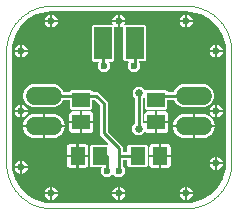
<source format=gbl>
G04 EAGLE Gerber X2 export*
%TF.Part,Single*%
%TF.FileFunction,Other,Bottom layer*%
%TF.FilePolarity,Positive*%
%TF.GenerationSoftware,Autodesk,EAGLE,9.0.0*%
%TF.CreationDate,2018-05-03T06:21:48Z*%
G75*
%MOMM*%
%FSLAX35Y35*%
%LPD*%
%AMOC8*
5,1,8,0,0,1.08239X$1,22.5*%
G01*
%ADD10C,0.100000*%
%ADD11R,1.300000X1.500000*%
%ADD12R,1.500000X1.300000*%
%ADD13C,0.609600*%
%ADD14C,1.524000*%
%ADD15R,1.500000X2.700000*%
%ADD16C,0.600000*%
%ADD17C,0.279400*%
%ADD18C,0.650000*%

G36*
X2095645Y617170D02*
X2095645Y617170D01*
X2095827Y617151D01*
X2138947Y619977D01*
X2139334Y620083D01*
X2139914Y620137D01*
X2223217Y642458D01*
X2223628Y642663D01*
X2224423Y642957D01*
X2299110Y686078D01*
X2299454Y686382D01*
X2300145Y686873D01*
X2361127Y747854D01*
X2361380Y748235D01*
X2361922Y748890D01*
X2405043Y823577D01*
X2405188Y824011D01*
X2405542Y824783D01*
X2427863Y908085D01*
X2427888Y908485D01*
X2428023Y909053D01*
X2430849Y952173D01*
X2430829Y952320D01*
X2430859Y952500D01*
X2430859Y1905000D01*
X2430830Y1905145D01*
X2430849Y1905327D01*
X2428023Y1948447D01*
X2427917Y1948834D01*
X2427863Y1949414D01*
X2405542Y2032717D01*
X2405337Y2033128D01*
X2405043Y2033923D01*
X2361922Y2108610D01*
X2361618Y2108954D01*
X2361127Y2109645D01*
X2300145Y2170627D01*
X2300120Y2170644D01*
X2300118Y2170647D01*
X2300094Y2170661D01*
X2299764Y2170880D01*
X2299110Y2171422D01*
X2224423Y2214543D01*
X2223989Y2214688D01*
X2223217Y2215042D01*
X2139914Y2237363D01*
X2139514Y2237388D01*
X2138947Y2237523D01*
X2095827Y2240349D01*
X2095680Y2240329D01*
X2095500Y2240359D01*
X952500Y2240359D01*
X952355Y2240330D01*
X952173Y2240349D01*
X909053Y2237523D01*
X908666Y2237417D01*
X908085Y2237363D01*
X824783Y2215042D01*
X824372Y2214837D01*
X823577Y2214543D01*
X748890Y2171422D01*
X748546Y2171118D01*
X747854Y2170627D01*
X686873Y2109645D01*
X686620Y2109264D01*
X686078Y2108610D01*
X642957Y2033923D01*
X642812Y2033489D01*
X642458Y2032717D01*
X620137Y1949415D01*
X620112Y1949015D01*
X619977Y1948448D01*
X617151Y1905327D01*
X617171Y1905180D01*
X617140Y1905000D01*
X617140Y952500D01*
X617170Y952355D01*
X617151Y952173D01*
X619977Y909053D01*
X620083Y908666D01*
X620137Y908085D01*
X642458Y824783D01*
X642663Y824372D01*
X642957Y823577D01*
X686078Y748890D01*
X686382Y748546D01*
X686873Y747854D01*
X747854Y686873D01*
X748235Y686620D01*
X748890Y686078D01*
X823577Y642957D01*
X823945Y642834D01*
X824275Y642623D01*
X824508Y642583D01*
X824783Y642458D01*
X908085Y620137D01*
X908485Y620112D01*
X909052Y619977D01*
X952173Y617151D01*
X952320Y617171D01*
X952500Y617140D01*
X2095500Y617140D01*
X2095645Y617170D01*
G37*
%LPC*%
G36*
X1403289Y838999D02*
X1403289Y838999D01*
X1374000Y868289D01*
X1374000Y909711D01*
X1376754Y912465D01*
X1376777Y912499D01*
X1376810Y912522D01*
X1377330Y913334D01*
X1377853Y914124D01*
X1377860Y914163D01*
X1377883Y914198D01*
X1378043Y915143D01*
X1378218Y916080D01*
X1378209Y916119D01*
X1378216Y916160D01*
X1377994Y917100D01*
X1377791Y918023D01*
X1377768Y918056D01*
X1377758Y918096D01*
X1377186Y918875D01*
X1376639Y919646D01*
X1376605Y919668D01*
X1376581Y919701D01*
X1375753Y920193D01*
X1374946Y920692D01*
X1374906Y920698D01*
X1374871Y920719D01*
X1373219Y920999D01*
X1291715Y920999D01*
X1279999Y932715D01*
X1279999Y1099285D01*
X1291715Y1111000D01*
X1432388Y1111000D01*
X1432428Y1111008D01*
X1432468Y1111001D01*
X1433400Y1111206D01*
X1434338Y1111396D01*
X1434372Y1111419D01*
X1434412Y1111428D01*
X1435189Y1111979D01*
X1435980Y1112522D01*
X1436002Y1112556D01*
X1436035Y1112579D01*
X1436532Y1113385D01*
X1437052Y1114198D01*
X1437059Y1114238D01*
X1437080Y1114273D01*
X1437225Y1115217D01*
X1437385Y1116160D01*
X1437376Y1116199D01*
X1437382Y1116239D01*
X1437147Y1117167D01*
X1436927Y1118096D01*
X1436903Y1118129D01*
X1436893Y1118168D01*
X1435923Y1119535D01*
X1384393Y1171065D01*
X1363029Y1192428D01*
X1363029Y1444358D01*
X1363005Y1444477D01*
X1363024Y1444598D01*
X1362808Y1445449D01*
X1362633Y1446308D01*
X1362565Y1446408D01*
X1362535Y1446526D01*
X1361565Y1447893D01*
X1320893Y1488565D01*
X1320792Y1488632D01*
X1320719Y1488731D01*
X1319963Y1489181D01*
X1319234Y1489664D01*
X1319114Y1489686D01*
X1319010Y1489749D01*
X1317358Y1490029D01*
X1306500Y1490029D01*
X1306420Y1490013D01*
X1306340Y1490027D01*
X1305446Y1489815D01*
X1304550Y1489633D01*
X1304483Y1489588D01*
X1304403Y1489569D01*
X1303663Y1489026D01*
X1302908Y1488508D01*
X1302865Y1488440D01*
X1302799Y1488392D01*
X1302329Y1487603D01*
X1301836Y1486832D01*
X1301823Y1486752D01*
X1301781Y1486682D01*
X1301500Y1485030D01*
X1301500Y1418715D01*
X1289785Y1406999D01*
X1123215Y1406999D01*
X1111499Y1418715D01*
X1111499Y1485030D01*
X1111483Y1485110D01*
X1111497Y1485190D01*
X1111285Y1486083D01*
X1111103Y1486980D01*
X1111058Y1487047D01*
X1111039Y1487126D01*
X1110496Y1487866D01*
X1109978Y1488621D01*
X1109910Y1488665D01*
X1109862Y1488731D01*
X1109073Y1489200D01*
X1108302Y1489693D01*
X1108222Y1489707D01*
X1108152Y1489749D01*
X1106500Y1490029D01*
X1058596Y1490029D01*
X1058496Y1490009D01*
X1058396Y1490025D01*
X1057526Y1489812D01*
X1056646Y1489633D01*
X1056562Y1489576D01*
X1056463Y1489552D01*
X1055744Y1489015D01*
X1055005Y1488508D01*
X1054950Y1488423D01*
X1054869Y1488362D01*
X1053977Y1486943D01*
X1046755Y1469507D01*
X1019693Y1442445D01*
X984336Y1427799D01*
X793664Y1427799D01*
X758307Y1442445D01*
X731245Y1469507D01*
X716599Y1504864D01*
X716599Y1543136D01*
X731245Y1578493D01*
X758307Y1605555D01*
X793664Y1620200D01*
X984336Y1620200D01*
X1019693Y1605555D01*
X1046755Y1578493D01*
X1053977Y1561057D01*
X1054034Y1560973D01*
X1054057Y1560873D01*
X1054591Y1560146D01*
X1055089Y1559407D01*
X1055174Y1559352D01*
X1055234Y1559269D01*
X1056010Y1558807D01*
X1056757Y1558321D01*
X1056856Y1558303D01*
X1056944Y1558251D01*
X1058596Y1557970D01*
X1106500Y1557970D01*
X1106580Y1557987D01*
X1106660Y1557973D01*
X1107553Y1558184D01*
X1108450Y1558366D01*
X1108517Y1558412D01*
X1108596Y1558431D01*
X1109336Y1558974D01*
X1110091Y1559492D01*
X1110135Y1559560D01*
X1110201Y1559608D01*
X1110670Y1560397D01*
X1111163Y1561168D01*
X1111177Y1561248D01*
X1111219Y1561318D01*
X1111499Y1562970D01*
X1111499Y1565285D01*
X1123215Y1577000D01*
X1289785Y1577000D01*
X1301500Y1565285D01*
X1301500Y1562970D01*
X1301517Y1562890D01*
X1301503Y1562810D01*
X1301714Y1561916D01*
X1301896Y1561020D01*
X1301942Y1560953D01*
X1301961Y1560873D01*
X1302504Y1560133D01*
X1303022Y1559378D01*
X1303090Y1559335D01*
X1303138Y1559269D01*
X1303927Y1558799D01*
X1304698Y1558306D01*
X1304778Y1558293D01*
X1304848Y1558251D01*
X1306500Y1557970D01*
X1347571Y1557970D01*
X1430970Y1474571D01*
X1430970Y1222642D01*
X1430994Y1222523D01*
X1430976Y1222402D01*
X1431192Y1221550D01*
X1431366Y1220692D01*
X1431435Y1220592D01*
X1431465Y1220473D01*
X1432435Y1219107D01*
X1557970Y1093571D01*
X1557970Y1054970D01*
X1557987Y1054890D01*
X1557973Y1054810D01*
X1558184Y1053916D01*
X1558366Y1053020D01*
X1558412Y1052953D01*
X1558431Y1052873D01*
X1558974Y1052133D01*
X1559492Y1051378D01*
X1559560Y1051335D01*
X1559608Y1051269D01*
X1560397Y1050799D01*
X1561168Y1050306D01*
X1561248Y1050293D01*
X1561318Y1050251D01*
X1562970Y1049970D01*
X1593000Y1049970D01*
X1593080Y1049987D01*
X1593160Y1049973D01*
X1594053Y1050184D01*
X1594950Y1050366D01*
X1595017Y1050412D01*
X1595096Y1050431D01*
X1595836Y1050974D01*
X1596591Y1051492D01*
X1596635Y1051560D01*
X1596701Y1051608D01*
X1597170Y1052397D01*
X1597663Y1053168D01*
X1597677Y1053248D01*
X1597719Y1053318D01*
X1597999Y1054970D01*
X1597999Y1099285D01*
X1609715Y1111000D01*
X1756285Y1111000D01*
X1768000Y1099285D01*
X1768000Y932715D01*
X1756285Y920999D01*
X1609715Y920999D01*
X1597999Y932715D01*
X1597999Y977030D01*
X1597983Y977110D01*
X1597997Y977190D01*
X1597785Y978083D01*
X1597603Y978980D01*
X1597558Y979047D01*
X1597539Y979126D01*
X1596996Y979866D01*
X1596478Y980621D01*
X1596410Y980665D01*
X1596362Y980731D01*
X1595573Y981200D01*
X1594802Y981693D01*
X1594722Y981707D01*
X1594652Y981749D01*
X1593000Y982029D01*
X1562970Y982029D01*
X1562890Y982013D01*
X1562810Y982027D01*
X1561916Y981815D01*
X1561020Y981633D01*
X1560953Y981588D01*
X1560873Y981569D01*
X1560133Y981026D01*
X1559378Y980508D01*
X1559335Y980440D01*
X1559269Y980392D01*
X1558799Y979603D01*
X1558306Y978832D01*
X1558293Y978752D01*
X1558251Y978682D01*
X1557970Y977030D01*
X1557970Y927812D01*
X1557994Y927693D01*
X1557976Y927572D01*
X1558192Y926720D01*
X1558366Y925862D01*
X1558435Y925761D01*
X1558465Y925643D01*
X1559435Y924277D01*
X1574000Y909711D01*
X1574000Y868289D01*
X1544711Y838999D01*
X1503289Y838999D01*
X1477535Y864753D01*
X1477468Y864798D01*
X1477420Y864865D01*
X1476642Y865345D01*
X1475876Y865853D01*
X1475796Y865868D01*
X1475727Y865910D01*
X1474822Y866049D01*
X1473920Y866217D01*
X1473841Y866200D01*
X1473760Y866212D01*
X1472868Y865986D01*
X1471977Y865790D01*
X1471911Y865743D01*
X1471832Y865723D01*
X1470465Y864753D01*
X1444711Y838999D01*
X1403289Y838999D01*
G37*
%LPD*%
%LPC*%
G36*
X1669753Y1194500D02*
X1669753Y1194500D01*
X1639000Y1225253D01*
X1639000Y1268747D01*
X1656065Y1285813D01*
X1656132Y1285913D01*
X1656231Y1285986D01*
X1656681Y1286742D01*
X1657164Y1287471D01*
X1657187Y1287591D01*
X1657249Y1287696D01*
X1657530Y1289348D01*
X1657530Y1507652D01*
X1657506Y1507771D01*
X1657524Y1507892D01*
X1657308Y1508743D01*
X1657134Y1509602D01*
X1657065Y1509702D01*
X1657035Y1509820D01*
X1656065Y1511187D01*
X1641999Y1525253D01*
X1641999Y1568746D01*
X1672753Y1599500D01*
X1716247Y1599500D01*
X1744946Y1570801D01*
X1745013Y1570756D01*
X1745060Y1570689D01*
X1745838Y1570209D01*
X1746604Y1569702D01*
X1746685Y1569687D01*
X1746754Y1569644D01*
X1747658Y1569505D01*
X1748561Y1569337D01*
X1748640Y1569354D01*
X1748721Y1569342D01*
X1749610Y1569568D01*
X1750504Y1569764D01*
X1750571Y1569811D01*
X1750649Y1569831D01*
X1752016Y1570801D01*
X1758215Y1577000D01*
X1924785Y1577000D01*
X1936500Y1565285D01*
X1936500Y1562970D01*
X1936517Y1562890D01*
X1936503Y1562810D01*
X1936714Y1561916D01*
X1936896Y1561020D01*
X1936942Y1560953D01*
X1936961Y1560873D01*
X1937504Y1560133D01*
X1938022Y1559378D01*
X1938090Y1559335D01*
X1938138Y1559269D01*
X1938927Y1558799D01*
X1939698Y1558306D01*
X1939778Y1558293D01*
X1939848Y1558251D01*
X1941500Y1557970D01*
X1989404Y1557970D01*
X1989503Y1557991D01*
X1989603Y1557974D01*
X1990474Y1558188D01*
X1991354Y1558366D01*
X1991438Y1558424D01*
X1991536Y1558448D01*
X1992255Y1558984D01*
X1992995Y1559492D01*
X1993050Y1559577D01*
X1993131Y1559638D01*
X1994023Y1561057D01*
X2001245Y1578493D01*
X2028307Y1605555D01*
X2063664Y1620200D01*
X2254336Y1620200D01*
X2289693Y1605555D01*
X2316755Y1578493D01*
X2331400Y1543136D01*
X2331400Y1504864D01*
X2316755Y1469507D01*
X2289693Y1442445D01*
X2254336Y1427799D01*
X2063664Y1427799D01*
X2028307Y1442445D01*
X2001245Y1469507D01*
X1994023Y1486943D01*
X1993966Y1487027D01*
X1993943Y1487126D01*
X1993408Y1487854D01*
X1992910Y1488593D01*
X1992826Y1488648D01*
X1992765Y1488731D01*
X1991989Y1489193D01*
X1991243Y1489679D01*
X1991143Y1489697D01*
X1991056Y1489749D01*
X1989404Y1490029D01*
X1941500Y1490029D01*
X1941420Y1490013D01*
X1941340Y1490027D01*
X1940446Y1489815D01*
X1939550Y1489633D01*
X1939483Y1489588D01*
X1939403Y1489569D01*
X1938663Y1489026D01*
X1937908Y1488508D01*
X1937865Y1488440D01*
X1937799Y1488392D01*
X1937329Y1487603D01*
X1936836Y1486832D01*
X1936823Y1486752D01*
X1936781Y1486682D01*
X1936500Y1485030D01*
X1936500Y1418715D01*
X1924785Y1406999D01*
X1758215Y1406999D01*
X1746499Y1418715D01*
X1746499Y1512683D01*
X1746491Y1512723D01*
X1746499Y1512763D01*
X1746294Y1513694D01*
X1746103Y1514633D01*
X1746080Y1514667D01*
X1746072Y1514706D01*
X1745520Y1515483D01*
X1744978Y1516274D01*
X1744944Y1516296D01*
X1744920Y1516329D01*
X1744114Y1516827D01*
X1743302Y1517346D01*
X1743261Y1517353D01*
X1743227Y1517374D01*
X1742283Y1517519D01*
X1741340Y1517680D01*
X1741301Y1517670D01*
X1741260Y1517677D01*
X1740331Y1517441D01*
X1739404Y1517222D01*
X1739371Y1517198D01*
X1739331Y1517188D01*
X1737965Y1516218D01*
X1726935Y1505188D01*
X1726868Y1505087D01*
X1726769Y1505014D01*
X1726319Y1504258D01*
X1725836Y1503529D01*
X1725814Y1503409D01*
X1725751Y1503304D01*
X1725471Y1501653D01*
X1725471Y1289348D01*
X1725495Y1289228D01*
X1725476Y1289108D01*
X1725692Y1288256D01*
X1725867Y1287398D01*
X1725935Y1287297D01*
X1725965Y1287179D01*
X1726935Y1285813D01*
X1732565Y1280182D01*
X1732599Y1280160D01*
X1732622Y1280126D01*
X1733427Y1279611D01*
X1734224Y1279083D01*
X1734264Y1279076D01*
X1734298Y1279054D01*
X1735238Y1278894D01*
X1736180Y1278718D01*
X1736219Y1278727D01*
X1736260Y1278720D01*
X1737198Y1278942D01*
X1738123Y1279146D01*
X1738156Y1279169D01*
X1738196Y1279178D01*
X1738971Y1279747D01*
X1739746Y1280297D01*
X1739768Y1280331D01*
X1739801Y1280356D01*
X1740293Y1281183D01*
X1740792Y1281990D01*
X1740798Y1282030D01*
X1740819Y1282065D01*
X1741099Y1283717D01*
X1741099Y1292001D01*
X1831501Y1292001D01*
X1831501Y1211599D01*
X1763156Y1211599D01*
X1756696Y1213330D01*
X1750903Y1216674D01*
X1746698Y1220880D01*
X1746630Y1220925D01*
X1746583Y1220992D01*
X1745805Y1221472D01*
X1745039Y1221979D01*
X1744959Y1221994D01*
X1744890Y1222037D01*
X1743984Y1222176D01*
X1743083Y1222344D01*
X1743004Y1222327D01*
X1742923Y1222339D01*
X1742029Y1222113D01*
X1741139Y1221917D01*
X1741073Y1221870D01*
X1740994Y1221850D01*
X1739628Y1220880D01*
X1713247Y1194500D01*
X1669753Y1194500D01*
G37*
%LPD*%
%LPC*%
G36*
X1630289Y1727999D02*
X1630289Y1727999D01*
X1600999Y1757289D01*
X1600999Y1798711D01*
X1608254Y1805965D01*
X1608276Y1805998D01*
X1608310Y1806022D01*
X1608828Y1806831D01*
X1609353Y1807624D01*
X1609360Y1807664D01*
X1609382Y1807698D01*
X1609542Y1808640D01*
X1609718Y1809580D01*
X1609709Y1809620D01*
X1609716Y1809660D01*
X1609494Y1810595D01*
X1609290Y1811523D01*
X1609267Y1811556D01*
X1609258Y1811596D01*
X1608689Y1812371D01*
X1608139Y1813146D01*
X1608105Y1813168D01*
X1608080Y1813201D01*
X1607253Y1813693D01*
X1606446Y1814192D01*
X1606406Y1814198D01*
X1606371Y1814219D01*
X1604719Y1814499D01*
X1575715Y1814499D01*
X1563999Y1826215D01*
X1563999Y2109744D01*
X1563890Y2110284D01*
X1563878Y2110837D01*
X1563694Y2111250D01*
X1563603Y2111694D01*
X1563291Y2112150D01*
X1563066Y2112653D01*
X1562735Y2112961D01*
X1562478Y2113335D01*
X1562013Y2113633D01*
X1561609Y2114009D01*
X1561183Y2114163D01*
X1560802Y2114408D01*
X1560257Y2114500D01*
X1559739Y2114688D01*
X1559287Y2114665D01*
X1558840Y2114741D01*
X1558302Y2114614D01*
X1557752Y2114585D01*
X1557270Y2114369D01*
X1556904Y2114283D01*
X1556634Y2114085D01*
X1556223Y2113901D01*
X1550241Y2109904D01*
X1540161Y2105729D01*
X1531499Y2104006D01*
X1531499Y2151500D01*
X1578994Y2151500D01*
X1577271Y2142839D01*
X1573096Y2132759D01*
X1572774Y2132278D01*
X1572565Y2131767D01*
X1572267Y2131302D01*
X1572191Y2130855D01*
X1572020Y2130437D01*
X1572027Y2129885D01*
X1571934Y2129340D01*
X1572038Y2128900D01*
X1572043Y2128447D01*
X1572265Y2127941D01*
X1572392Y2127403D01*
X1572660Y2127038D01*
X1572841Y2126624D01*
X1573242Y2126245D01*
X1573569Y2125799D01*
X1573959Y2125567D01*
X1574287Y2125257D01*
X1574803Y2125064D01*
X1575279Y2124781D01*
X1575800Y2124692D01*
X1576151Y2124562D01*
X1576484Y2124576D01*
X1576931Y2124500D01*
X1742285Y2124500D01*
X1754000Y2112785D01*
X1754000Y1826215D01*
X1742285Y1814499D01*
X1697970Y1814499D01*
X1697890Y1814483D01*
X1697810Y1814497D01*
X1696916Y1814285D01*
X1696020Y1814103D01*
X1695953Y1814058D01*
X1695873Y1814039D01*
X1695133Y1813496D01*
X1694378Y1812978D01*
X1694335Y1812910D01*
X1694269Y1812862D01*
X1693799Y1812073D01*
X1693306Y1811302D01*
X1693293Y1811222D01*
X1693251Y1811152D01*
X1692970Y1809500D01*
X1692970Y1808812D01*
X1692994Y1808693D01*
X1692976Y1808572D01*
X1693192Y1807720D01*
X1693366Y1806862D01*
X1693435Y1806761D01*
X1693465Y1806643D01*
X1694435Y1805277D01*
X1701000Y1798711D01*
X1701000Y1757289D01*
X1671711Y1727999D01*
X1630289Y1727999D01*
G37*
%LPD*%
%LPC*%
G36*
X1376289Y1727999D02*
X1376289Y1727999D01*
X1346999Y1757289D01*
X1346999Y1798711D01*
X1352254Y1803965D01*
X1352276Y1803999D01*
X1352310Y1804022D01*
X1352825Y1804827D01*
X1353353Y1805624D01*
X1353360Y1805664D01*
X1353382Y1805698D01*
X1353542Y1806638D01*
X1353718Y1807580D01*
X1353709Y1807619D01*
X1353716Y1807660D01*
X1353494Y1808598D01*
X1353290Y1809523D01*
X1353267Y1809556D01*
X1353258Y1809596D01*
X1352689Y1810371D01*
X1352139Y1811146D01*
X1352105Y1811168D01*
X1352080Y1811201D01*
X1351253Y1811693D01*
X1350446Y1812192D01*
X1350406Y1812198D01*
X1350371Y1812219D01*
X1348719Y1812499D01*
X1305715Y1812499D01*
X1293999Y1824215D01*
X1293999Y2110785D01*
X1305715Y2122500D01*
X1472405Y2122500D01*
X1472946Y2122610D01*
X1473498Y2122621D01*
X1473911Y2122806D01*
X1474355Y2122896D01*
X1474812Y2123209D01*
X1475314Y2123434D01*
X1475623Y2123765D01*
X1475997Y2124022D01*
X1476294Y2124487D01*
X1476670Y2124891D01*
X1476825Y2125316D01*
X1477069Y2125698D01*
X1477161Y2126243D01*
X1477350Y2126761D01*
X1477326Y2127213D01*
X1477402Y2127660D01*
X1477275Y2128198D01*
X1477246Y2128748D01*
X1477031Y2129230D01*
X1476944Y2129596D01*
X1476746Y2129866D01*
X1476562Y2130278D01*
X1474904Y2132758D01*
X1470729Y2142839D01*
X1469006Y2151500D01*
X1516500Y2151500D01*
X1516500Y2104006D01*
X1507839Y2105729D01*
X1497758Y2109904D01*
X1491777Y2113901D01*
X1491267Y2114110D01*
X1490802Y2114408D01*
X1490355Y2114483D01*
X1489936Y2114655D01*
X1489384Y2114648D01*
X1488840Y2114741D01*
X1488399Y2114637D01*
X1487946Y2114631D01*
X1487441Y2114410D01*
X1486903Y2114283D01*
X1486538Y2114015D01*
X1486123Y2113833D01*
X1485745Y2113433D01*
X1485299Y2113106D01*
X1485067Y2112716D01*
X1484756Y2112388D01*
X1484563Y2111871D01*
X1484281Y2111396D01*
X1484193Y2110875D01*
X1484061Y2110523D01*
X1484076Y2110189D01*
X1484000Y2109744D01*
X1484000Y1824215D01*
X1472285Y1812499D01*
X1445281Y1812499D01*
X1445241Y1812491D01*
X1445201Y1812499D01*
X1444269Y1812294D01*
X1443331Y1812103D01*
X1443297Y1812080D01*
X1443258Y1812072D01*
X1442482Y1811522D01*
X1441690Y1810978D01*
X1441668Y1810943D01*
X1441634Y1810920D01*
X1441135Y1810112D01*
X1440618Y1809302D01*
X1440611Y1809261D01*
X1440589Y1809227D01*
X1440445Y1808285D01*
X1440284Y1807340D01*
X1440293Y1807301D01*
X1440287Y1807260D01*
X1440521Y1806337D01*
X1440742Y1805404D01*
X1440767Y1805370D01*
X1440777Y1805331D01*
X1441746Y1803965D01*
X1447000Y1798711D01*
X1447000Y1757289D01*
X1417711Y1727999D01*
X1376289Y1727999D01*
G37*
%LPD*%
%LPC*%
G36*
X2168999Y1279999D02*
X2168999Y1279999D01*
X2168999Y1371600D01*
X2243196Y1371600D01*
X2258991Y1369099D01*
X2274202Y1364156D01*
X2288450Y1356897D01*
X2301389Y1347496D01*
X2312696Y1336189D01*
X2322097Y1323250D01*
X2329356Y1309002D01*
X2334299Y1293791D01*
X2336483Y1279999D01*
X2168999Y1279999D01*
G37*
%LPD*%
%LPC*%
G36*
X898999Y1279999D02*
X898999Y1279999D01*
X898999Y1371600D01*
X973196Y1371600D01*
X988991Y1369099D01*
X1004202Y1364156D01*
X1018450Y1356897D01*
X1031389Y1347496D01*
X1042696Y1336189D01*
X1052097Y1323250D01*
X1059356Y1309002D01*
X1064299Y1293791D01*
X1066483Y1279999D01*
X898999Y1279999D01*
G37*
%LPD*%
%LPC*%
G36*
X1981517Y1279999D02*
X1981517Y1279999D01*
X1983701Y1293791D01*
X1988643Y1309002D01*
X1995903Y1323250D01*
X2005304Y1336189D01*
X2016611Y1347496D01*
X2029550Y1356897D01*
X2043798Y1364156D01*
X2059008Y1369099D01*
X2074803Y1371600D01*
X2149001Y1371600D01*
X2149001Y1279999D01*
X1981517Y1279999D01*
G37*
%LPD*%
%LPC*%
G36*
X711517Y1279999D02*
X711517Y1279999D01*
X713701Y1293791D01*
X718643Y1309002D01*
X725903Y1323250D01*
X735304Y1336189D01*
X746611Y1347496D01*
X759550Y1356897D01*
X773798Y1364156D01*
X789008Y1369099D01*
X804803Y1371600D01*
X879001Y1371600D01*
X879001Y1279999D01*
X711517Y1279999D01*
G37*
%LPD*%
%LPC*%
G36*
X2168999Y1168399D02*
X2168999Y1168399D01*
X2168999Y1260001D01*
X2336483Y1260001D01*
X2334299Y1246208D01*
X2329356Y1230998D01*
X2322097Y1216750D01*
X2312696Y1203811D01*
X2301389Y1192504D01*
X2288450Y1183103D01*
X2274202Y1175843D01*
X2258991Y1170901D01*
X2243196Y1168399D01*
X2168999Y1168399D01*
G37*
%LPD*%
%LPC*%
G36*
X898999Y1168399D02*
X898999Y1168399D01*
X898999Y1260001D01*
X1066483Y1260001D01*
X1064299Y1246208D01*
X1059356Y1230998D01*
X1052097Y1216750D01*
X1042696Y1203811D01*
X1031389Y1192504D01*
X1018450Y1183103D01*
X1004202Y1175843D01*
X988991Y1170901D01*
X973196Y1168399D01*
X898999Y1168399D01*
G37*
%LPD*%
%LPC*%
G36*
X2074803Y1168399D02*
X2074803Y1168399D01*
X2059008Y1170901D01*
X2043798Y1175843D01*
X2029550Y1183103D01*
X2016611Y1192504D01*
X2005304Y1203811D01*
X1995903Y1216750D01*
X1988643Y1230998D01*
X1983701Y1246208D01*
X1981517Y1260001D01*
X2149001Y1260001D01*
X2149001Y1168399D01*
X2074803Y1168399D01*
G37*
%LPD*%
%LPC*%
G36*
X804803Y1168399D02*
X804803Y1168399D01*
X789008Y1170901D01*
X773798Y1175843D01*
X759550Y1183103D01*
X746611Y1192504D01*
X735304Y1203811D01*
X725903Y1216750D01*
X718643Y1230998D01*
X713701Y1246208D01*
X711517Y1260001D01*
X879001Y1260001D01*
X879001Y1168399D01*
X804803Y1168399D01*
G37*
%LPD*%
%LPC*%
G36*
X1184998Y1025998D02*
X1184998Y1025998D01*
X1184998Y1116400D01*
X1243344Y1116400D01*
X1249804Y1114670D01*
X1255597Y1111325D01*
X1260325Y1106597D01*
X1263670Y1100804D01*
X1265400Y1094344D01*
X1265400Y1025998D01*
X1184998Y1025998D01*
G37*
%LPD*%
%LPC*%
G36*
X1882998Y1025998D02*
X1882998Y1025998D01*
X1882998Y1116400D01*
X1941344Y1116400D01*
X1947804Y1114670D01*
X1953597Y1111325D01*
X1958325Y1106597D01*
X1961670Y1100804D01*
X1963400Y1094344D01*
X1963400Y1025998D01*
X1882998Y1025998D01*
G37*
%LPD*%
%LPC*%
G36*
X1216498Y1311998D02*
X1216498Y1311998D01*
X1216498Y1392400D01*
X1284844Y1392400D01*
X1291304Y1390670D01*
X1297097Y1387325D01*
X1301825Y1382597D01*
X1305170Y1376804D01*
X1306900Y1370344D01*
X1306900Y1311998D01*
X1216498Y1311998D01*
G37*
%LPD*%
%LPC*%
G36*
X1851498Y1311998D02*
X1851498Y1311998D01*
X1851498Y1392400D01*
X1919844Y1392400D01*
X1926304Y1390670D01*
X1932097Y1387325D01*
X1936825Y1382597D01*
X1940170Y1376804D01*
X1941900Y1370344D01*
X1941900Y1311998D01*
X1851498Y1311998D01*
G37*
%LPD*%
%LPC*%
G36*
X1106099Y1311998D02*
X1106099Y1311998D01*
X1106099Y1370344D01*
X1107830Y1376804D01*
X1111175Y1382597D01*
X1115903Y1387325D01*
X1121696Y1390670D01*
X1128156Y1392400D01*
X1196501Y1392400D01*
X1196501Y1311998D01*
X1106099Y1311998D01*
G37*
%LPD*%
%LPC*%
G36*
X1741099Y1311998D02*
X1741099Y1311998D01*
X1741099Y1370344D01*
X1742830Y1376804D01*
X1746175Y1382597D01*
X1750903Y1387325D01*
X1756696Y1390670D01*
X1763156Y1392400D01*
X1831501Y1392400D01*
X1831501Y1311998D01*
X1741099Y1311998D01*
G37*
%LPD*%
%LPC*%
G36*
X1216498Y1211599D02*
X1216498Y1211599D01*
X1216498Y1292001D01*
X1306900Y1292001D01*
X1306900Y1233656D01*
X1305170Y1227196D01*
X1301825Y1221403D01*
X1297097Y1216675D01*
X1291304Y1213330D01*
X1284844Y1211599D01*
X1216498Y1211599D01*
G37*
%LPD*%
%LPC*%
G36*
X1782599Y1025998D02*
X1782599Y1025998D01*
X1782599Y1094344D01*
X1784330Y1100804D01*
X1787675Y1106597D01*
X1792403Y1111325D01*
X1798196Y1114670D01*
X1804656Y1116400D01*
X1863001Y1116400D01*
X1863001Y1025998D01*
X1782599Y1025998D01*
G37*
%LPD*%
%LPC*%
G36*
X1084599Y1025998D02*
X1084599Y1025998D01*
X1084599Y1094344D01*
X1086330Y1100804D01*
X1089675Y1106597D01*
X1094403Y1111325D01*
X1100196Y1114670D01*
X1106656Y1116400D01*
X1165001Y1116400D01*
X1165001Y1025998D01*
X1084599Y1025998D01*
G37*
%LPD*%
%LPC*%
G36*
X1851498Y1211599D02*
X1851498Y1211599D01*
X1851498Y1292001D01*
X1941900Y1292001D01*
X1941900Y1233656D01*
X1940170Y1227196D01*
X1936825Y1221403D01*
X1932097Y1216675D01*
X1926304Y1213330D01*
X1919844Y1211599D01*
X1851498Y1211599D01*
G37*
%LPD*%
%LPC*%
G36*
X1184998Y915599D02*
X1184998Y915599D01*
X1184998Y1006001D01*
X1265400Y1006001D01*
X1265400Y937656D01*
X1263670Y931196D01*
X1260325Y925403D01*
X1255597Y920675D01*
X1249804Y917330D01*
X1243344Y915599D01*
X1184998Y915599D01*
G37*
%LPD*%
%LPC*%
G36*
X1882998Y915599D02*
X1882998Y915599D01*
X1882998Y1006001D01*
X1963400Y1006001D01*
X1963400Y937656D01*
X1961670Y931196D01*
X1958325Y925403D01*
X1953597Y920675D01*
X1947804Y917330D01*
X1941344Y915599D01*
X1882998Y915599D01*
G37*
%LPD*%
%LPC*%
G36*
X1128156Y1211599D02*
X1128156Y1211599D01*
X1121696Y1213330D01*
X1115903Y1216675D01*
X1111175Y1221403D01*
X1107830Y1227196D01*
X1106099Y1233656D01*
X1106099Y1292001D01*
X1196501Y1292001D01*
X1196501Y1211599D01*
X1128156Y1211599D01*
G37*
%LPD*%
%LPC*%
G36*
X1804656Y915599D02*
X1804656Y915599D01*
X1798196Y917330D01*
X1792403Y920675D01*
X1787675Y925403D01*
X1784330Y931196D01*
X1782599Y937656D01*
X1782599Y1006001D01*
X1863001Y1006001D01*
X1863001Y915599D01*
X1804656Y915599D01*
G37*
%LPD*%
%LPC*%
G36*
X1106656Y915599D02*
X1106656Y915599D01*
X1100196Y917330D01*
X1094403Y920675D01*
X1089675Y925403D01*
X1086330Y931196D01*
X1084599Y937656D01*
X1084599Y1006001D01*
X1165001Y1006001D01*
X1165001Y915599D01*
X1106656Y915599D01*
G37*
%LPD*%
%LPC*%
G36*
X1531499Y2166499D02*
X1531499Y2166499D01*
X1531499Y2213994D01*
X1540161Y2212271D01*
X1550242Y2208096D01*
X1559316Y2202032D01*
X1567032Y2194316D01*
X1573096Y2185242D01*
X1577271Y2175161D01*
X1578994Y2166499D01*
X1531499Y2166499D01*
G37*
%LPD*%
%LPC*%
G36*
X959999Y705999D02*
X959999Y705999D01*
X959999Y753494D01*
X968661Y751771D01*
X978742Y747596D01*
X987816Y741532D01*
X995532Y733816D01*
X1001596Y724742D01*
X1005771Y714661D01*
X1007494Y705999D01*
X959999Y705999D01*
G37*
%LPD*%
%LPC*%
G36*
X2356999Y959999D02*
X2356999Y959999D01*
X2356999Y1007494D01*
X2365661Y1005771D01*
X2375742Y1001596D01*
X2384816Y995532D01*
X2392532Y987816D01*
X2398596Y978742D01*
X2402771Y968661D01*
X2404494Y959999D01*
X2356999Y959999D01*
G37*
%LPD*%
%LPC*%
G36*
X959999Y2166499D02*
X959999Y2166499D01*
X959999Y2213994D01*
X968661Y2212271D01*
X978742Y2208096D01*
X987816Y2202032D01*
X995532Y2194316D01*
X1001596Y2185242D01*
X1005771Y2175161D01*
X1007494Y2166499D01*
X959999Y2166499D01*
G37*
%LPD*%
%LPC*%
G36*
X705999Y928249D02*
X705999Y928249D01*
X705999Y975744D01*
X714661Y974021D01*
X724742Y969846D01*
X733816Y963782D01*
X741532Y956066D01*
X747596Y946992D01*
X751771Y936911D01*
X753494Y928249D01*
X705999Y928249D01*
G37*
%LPD*%
%LPC*%
G36*
X2102999Y2166499D02*
X2102999Y2166499D01*
X2102999Y2213994D01*
X2111661Y2212271D01*
X2121742Y2208096D01*
X2130816Y2202032D01*
X2138532Y2194316D01*
X2144596Y2185242D01*
X2148771Y2175161D01*
X2150494Y2166499D01*
X2102999Y2166499D01*
G37*
%LPD*%
%LPC*%
G36*
X1531499Y705999D02*
X1531499Y705999D01*
X1531499Y753494D01*
X1540161Y751771D01*
X1550242Y747596D01*
X1559316Y741532D01*
X1567032Y733816D01*
X1573096Y724742D01*
X1577271Y714661D01*
X1578994Y705999D01*
X1531499Y705999D01*
G37*
%LPD*%
%LPC*%
G36*
X2102999Y705999D02*
X2102999Y705999D01*
X2102999Y753494D01*
X2111661Y751771D01*
X2121742Y747596D01*
X2130816Y741532D01*
X2138532Y733816D01*
X2144596Y724742D01*
X2148771Y714661D01*
X2150494Y705999D01*
X2102999Y705999D01*
G37*
%LPD*%
%LPC*%
G36*
X705999Y1912499D02*
X705999Y1912499D01*
X705999Y1959994D01*
X714661Y1958271D01*
X724742Y1954096D01*
X733816Y1948032D01*
X741532Y1940316D01*
X747596Y1931242D01*
X751771Y1921161D01*
X753494Y1912499D01*
X705999Y1912499D01*
G37*
%LPD*%
%LPC*%
G36*
X2356999Y1912499D02*
X2356999Y1912499D01*
X2356999Y1959994D01*
X2365661Y1958271D01*
X2375742Y1954096D01*
X2384816Y1948032D01*
X2392532Y1940316D01*
X2398596Y1931242D01*
X2402771Y1921161D01*
X2404494Y1912499D01*
X2356999Y1912499D01*
G37*
%LPD*%
%LPC*%
G36*
X705999Y1404499D02*
X705999Y1404499D01*
X705999Y1451994D01*
X714661Y1450271D01*
X724742Y1446096D01*
X733816Y1440032D01*
X741532Y1432316D01*
X747596Y1423242D01*
X751771Y1413161D01*
X753494Y1404499D01*
X705999Y1404499D01*
G37*
%LPD*%
%LPC*%
G36*
X2356999Y1404499D02*
X2356999Y1404499D01*
X2356999Y1451994D01*
X2365661Y1450271D01*
X2375742Y1446096D01*
X2384816Y1440032D01*
X2392532Y1432316D01*
X2398596Y1423242D01*
X2402771Y1413161D01*
X2404494Y1404499D01*
X2356999Y1404499D01*
G37*
%LPD*%
%LPC*%
G36*
X2040506Y2166499D02*
X2040506Y2166499D01*
X2042229Y2175161D01*
X2046404Y2185242D01*
X2052468Y2194316D01*
X2060183Y2202032D01*
X2069258Y2208096D01*
X2079339Y2212271D01*
X2088000Y2213994D01*
X2088000Y2166499D01*
X2040506Y2166499D01*
G37*
%LPD*%
%LPC*%
G36*
X897506Y2166499D02*
X897506Y2166499D01*
X899229Y2175161D01*
X903404Y2185242D01*
X909468Y2194316D01*
X917183Y2202032D01*
X926258Y2208096D01*
X936339Y2212271D01*
X945000Y2213994D01*
X945000Y2166499D01*
X897506Y2166499D01*
G37*
%LPD*%
%LPC*%
G36*
X1469006Y2166499D02*
X1469006Y2166499D01*
X1470729Y2175161D01*
X1474904Y2185242D01*
X1480968Y2194316D01*
X1488683Y2202032D01*
X1497758Y2208096D01*
X1507839Y2212271D01*
X1516500Y2213994D01*
X1516500Y2166499D01*
X1469006Y2166499D01*
G37*
%LPD*%
%LPC*%
G36*
X2102999Y2151500D02*
X2102999Y2151500D01*
X2150494Y2151500D01*
X2148771Y2142839D01*
X2144596Y2132758D01*
X2138532Y2123683D01*
X2130816Y2115968D01*
X2121742Y2109904D01*
X2111661Y2105729D01*
X2102999Y2104006D01*
X2102999Y2151500D01*
G37*
%LPD*%
%LPC*%
G36*
X2102999Y691000D02*
X2102999Y691000D01*
X2150494Y691000D01*
X2148771Y682339D01*
X2144596Y672258D01*
X2138532Y663183D01*
X2130816Y655468D01*
X2121742Y649404D01*
X2111661Y645229D01*
X2102999Y643506D01*
X2102999Y691000D01*
G37*
%LPD*%
%LPC*%
G36*
X2040506Y705999D02*
X2040506Y705999D01*
X2042229Y714661D01*
X2046404Y724742D01*
X2052468Y733816D01*
X2060183Y741532D01*
X2069258Y747596D01*
X2079339Y751771D01*
X2088000Y753494D01*
X2088000Y705999D01*
X2040506Y705999D01*
G37*
%LPD*%
%LPC*%
G36*
X1469006Y705999D02*
X1469006Y705999D01*
X1470729Y714661D01*
X1474904Y724742D01*
X1480968Y733816D01*
X1488683Y741532D01*
X1497758Y747596D01*
X1507839Y751771D01*
X1516500Y753494D01*
X1516500Y705999D01*
X1469006Y705999D01*
G37*
%LPD*%
%LPC*%
G36*
X2356999Y1389500D02*
X2356999Y1389500D01*
X2404494Y1389500D01*
X2402771Y1380839D01*
X2398596Y1370758D01*
X2392532Y1361683D01*
X2384816Y1353968D01*
X2375742Y1347904D01*
X2365661Y1343729D01*
X2356999Y1342006D01*
X2356999Y1389500D01*
G37*
%LPD*%
%LPC*%
G36*
X2294506Y1404499D02*
X2294506Y1404499D01*
X2296229Y1413161D01*
X2300404Y1423242D01*
X2306468Y1432316D01*
X2314183Y1440032D01*
X2323258Y1446096D01*
X2333339Y1450271D01*
X2342000Y1451994D01*
X2342000Y1404499D01*
X2294506Y1404499D01*
G37*
%LPD*%
%LPC*%
G36*
X643506Y1404499D02*
X643506Y1404499D01*
X645229Y1413161D01*
X649404Y1423242D01*
X655468Y1432316D01*
X663183Y1440032D01*
X672258Y1446096D01*
X682339Y1450271D01*
X691000Y1451994D01*
X691000Y1404499D01*
X643506Y1404499D01*
G37*
%LPD*%
%LPC*%
G36*
X897506Y705999D02*
X897506Y705999D01*
X899229Y714661D01*
X903404Y724742D01*
X909468Y733816D01*
X917183Y741532D01*
X926258Y747596D01*
X936339Y751771D01*
X945000Y753494D01*
X945000Y705999D01*
X897506Y705999D01*
G37*
%LPD*%
%LPC*%
G36*
X705999Y1389500D02*
X705999Y1389500D01*
X753494Y1389500D01*
X751771Y1380839D01*
X747596Y1370758D01*
X741532Y1361683D01*
X733816Y1353968D01*
X724742Y1347904D01*
X714661Y1343729D01*
X705999Y1342006D01*
X705999Y1389500D01*
G37*
%LPD*%
%LPC*%
G36*
X705999Y1897500D02*
X705999Y1897500D01*
X753494Y1897500D01*
X751771Y1888839D01*
X747596Y1878758D01*
X741532Y1869683D01*
X733816Y1861968D01*
X724742Y1855904D01*
X714661Y1851729D01*
X705999Y1850006D01*
X705999Y1897500D01*
G37*
%LPD*%
%LPC*%
G36*
X705999Y913250D02*
X705999Y913250D01*
X753494Y913250D01*
X751771Y904589D01*
X747596Y894508D01*
X741532Y885433D01*
X733816Y877718D01*
X724742Y871654D01*
X714661Y867479D01*
X705999Y865756D01*
X705999Y913250D01*
G37*
%LPD*%
%LPC*%
G36*
X2356999Y945000D02*
X2356999Y945000D01*
X2404494Y945000D01*
X2402771Y936339D01*
X2398596Y926258D01*
X2392532Y917183D01*
X2384816Y909468D01*
X2375742Y903404D01*
X2365661Y899229D01*
X2356999Y897506D01*
X2356999Y945000D01*
G37*
%LPD*%
%LPC*%
G36*
X643506Y928249D02*
X643506Y928249D01*
X645229Y936911D01*
X649404Y946992D01*
X655468Y956066D01*
X663183Y963782D01*
X672258Y969846D01*
X682339Y974021D01*
X691000Y975744D01*
X691000Y928249D01*
X643506Y928249D01*
G37*
%LPD*%
%LPC*%
G36*
X2294506Y959999D02*
X2294506Y959999D01*
X2296229Y968661D01*
X2300404Y978742D01*
X2306468Y987816D01*
X2314183Y995532D01*
X2323258Y1001596D01*
X2333339Y1005771D01*
X2342000Y1007494D01*
X2342000Y959999D01*
X2294506Y959999D01*
G37*
%LPD*%
%LPC*%
G36*
X959999Y2151500D02*
X959999Y2151500D01*
X1007494Y2151500D01*
X1005771Y2142839D01*
X1001596Y2132758D01*
X995532Y2123683D01*
X987816Y2115968D01*
X978742Y2109904D01*
X968661Y2105729D01*
X959999Y2104006D01*
X959999Y2151500D01*
G37*
%LPD*%
%LPC*%
G36*
X2356999Y1897500D02*
X2356999Y1897500D01*
X2404494Y1897500D01*
X2402771Y1888839D01*
X2398596Y1878758D01*
X2392532Y1869683D01*
X2384816Y1861968D01*
X2375742Y1855904D01*
X2365661Y1851729D01*
X2356999Y1850006D01*
X2356999Y1897500D01*
G37*
%LPD*%
%LPC*%
G36*
X1531499Y691000D02*
X1531499Y691000D01*
X1578994Y691000D01*
X1577271Y682339D01*
X1573096Y672258D01*
X1567032Y663183D01*
X1559316Y655468D01*
X1550242Y649404D01*
X1540161Y645229D01*
X1531499Y643506D01*
X1531499Y691000D01*
G37*
%LPD*%
%LPC*%
G36*
X959999Y691000D02*
X959999Y691000D01*
X1007494Y691000D01*
X1005771Y682339D01*
X1001596Y672258D01*
X995532Y663183D01*
X987816Y655468D01*
X978742Y649404D01*
X968661Y645229D01*
X959999Y643506D01*
X959999Y691000D01*
G37*
%LPD*%
%LPC*%
G36*
X643506Y1912499D02*
X643506Y1912499D01*
X645229Y1921161D01*
X649404Y1931242D01*
X655468Y1940316D01*
X663183Y1948032D01*
X672258Y1954096D01*
X680161Y1957369D01*
X680162Y1957369D01*
X682339Y1958271D01*
X691000Y1959994D01*
X691000Y1912499D01*
X643506Y1912499D01*
G37*
%LPD*%
%LPC*%
G36*
X2294506Y1912499D02*
X2294506Y1912499D01*
X2296229Y1921161D01*
X2300404Y1931242D01*
X2306468Y1940316D01*
X2314183Y1948032D01*
X2323258Y1954096D01*
X2331161Y1957369D01*
X2331162Y1957369D01*
X2333339Y1958271D01*
X2342000Y1959994D01*
X2342000Y1912499D01*
X2294506Y1912499D01*
G37*
%LPD*%
%LPC*%
G36*
X682339Y1343729D02*
X682339Y1343729D01*
X672258Y1347904D01*
X663183Y1353968D01*
X655468Y1361683D01*
X649404Y1370758D01*
X645229Y1380839D01*
X643506Y1389500D01*
X691000Y1389500D01*
X691000Y1342006D01*
X682339Y1343729D01*
G37*
%LPD*%
%LPC*%
G36*
X2333339Y899229D02*
X2333339Y899229D01*
X2323258Y903404D01*
X2314183Y909468D01*
X2306468Y917183D01*
X2300404Y926258D01*
X2296229Y936339D01*
X2294506Y945000D01*
X2342000Y945000D01*
X2342000Y897506D01*
X2333339Y899229D01*
G37*
%LPD*%
%LPC*%
G36*
X2333339Y1851729D02*
X2333339Y1851729D01*
X2323258Y1855904D01*
X2314183Y1861968D01*
X2306468Y1869683D01*
X2300404Y1878758D01*
X2296229Y1888839D01*
X2294506Y1897500D01*
X2342000Y1897500D01*
X2342000Y1850006D01*
X2333339Y1851729D01*
G37*
%LPD*%
%LPC*%
G36*
X682339Y867479D02*
X682339Y867479D01*
X672258Y871654D01*
X663183Y877718D01*
X655468Y885433D01*
X649404Y894508D01*
X645229Y904589D01*
X643506Y913250D01*
X691000Y913250D01*
X691000Y865756D01*
X682339Y867479D01*
G37*
%LPD*%
%LPC*%
G36*
X682339Y1851729D02*
X682339Y1851729D01*
X672258Y1855904D01*
X663183Y1861968D01*
X655468Y1869683D01*
X649404Y1878758D01*
X645229Y1888839D01*
X643506Y1897500D01*
X691000Y1897500D01*
X691000Y1850006D01*
X682339Y1851729D01*
G37*
%LPD*%
%LPC*%
G36*
X936339Y2105729D02*
X936339Y2105729D01*
X926258Y2109904D01*
X917183Y2115968D01*
X909468Y2123683D01*
X903404Y2132758D01*
X899229Y2142839D01*
X897506Y2151500D01*
X945000Y2151500D01*
X945000Y2104006D01*
X936339Y2105729D01*
G37*
%LPD*%
%LPC*%
G36*
X2333339Y1343729D02*
X2333339Y1343729D01*
X2323258Y1347904D01*
X2314183Y1353968D01*
X2306468Y1361683D01*
X2300404Y1370758D01*
X2296229Y1380839D01*
X2294506Y1389500D01*
X2342000Y1389500D01*
X2342000Y1342006D01*
X2333339Y1343729D01*
G37*
%LPD*%
%LPC*%
G36*
X2079339Y2105729D02*
X2079339Y2105729D01*
X2069258Y2109904D01*
X2060183Y2115968D01*
X2052468Y2123683D01*
X2046404Y2132758D01*
X2042229Y2142839D01*
X2040506Y2151500D01*
X2088000Y2151500D01*
X2088000Y2104006D01*
X2079339Y2105729D01*
G37*
%LPD*%
%LPC*%
G36*
X2079339Y645229D02*
X2079339Y645229D01*
X2069258Y649404D01*
X2060183Y655468D01*
X2052468Y663183D01*
X2046404Y672258D01*
X2042229Y682339D01*
X2040506Y691000D01*
X2088000Y691000D01*
X2088000Y643506D01*
X2079339Y645229D01*
G37*
%LPD*%
%LPC*%
G36*
X1507839Y645229D02*
X1507839Y645229D01*
X1497758Y649404D01*
X1488683Y655468D01*
X1480968Y663183D01*
X1474904Y672258D01*
X1470729Y682339D01*
X1469006Y691000D01*
X1516500Y691000D01*
X1516500Y643506D01*
X1507839Y645229D01*
G37*
%LPD*%
%LPC*%
G36*
X936339Y645229D02*
X936339Y645229D01*
X926258Y649404D01*
X917183Y655468D01*
X909468Y663183D01*
X903404Y672258D01*
X899229Y682339D01*
X897506Y691000D01*
X945000Y691000D01*
X945000Y643506D01*
X936339Y645229D01*
G37*
%LPD*%
%LPC*%
G36*
X2158998Y1269998D02*
X2158998Y1269998D01*
X2158998Y1270002D01*
X2159002Y1270002D01*
X2159002Y1269998D01*
X2158998Y1269998D01*
G37*
%LPD*%
%LPC*%
G36*
X888998Y1269998D02*
X888998Y1269998D01*
X888998Y1270002D01*
X889002Y1270002D01*
X889002Y1269998D01*
X888998Y1269998D01*
G37*
%LPD*%
%LPC*%
G36*
X1872998Y1015998D02*
X1872998Y1015998D01*
X1872998Y1016002D01*
X1873002Y1016002D01*
X1873002Y1015998D01*
X1872998Y1015998D01*
G37*
%LPD*%
%LPC*%
G36*
X1206498Y1301998D02*
X1206498Y1301998D01*
X1206498Y1302002D01*
X1206502Y1302002D01*
X1206502Y1301998D01*
X1206498Y1301998D01*
G37*
%LPD*%
%LPC*%
G36*
X1841498Y1301998D02*
X1841498Y1301998D01*
X1841498Y1302002D01*
X1841502Y1302002D01*
X1841502Y1301998D01*
X1841498Y1301998D01*
G37*
%LPD*%
%LPC*%
G36*
X1174998Y1015998D02*
X1174998Y1015998D01*
X1174998Y1016002D01*
X1175002Y1016002D01*
X1175002Y1015998D01*
X1174998Y1015998D01*
G37*
%LPD*%
D10*
X952500Y2286000D02*
X2095500Y2286000D01*
X2476500Y1905000D02*
X2476500Y952500D01*
X2095500Y571500D02*
X952500Y571500D01*
X571500Y952500D02*
X571500Y1905000D01*
X571611Y1914206D01*
X571945Y1923407D01*
X572501Y1932598D01*
X573279Y1941772D01*
X574278Y1950924D01*
X575498Y1960050D01*
X576938Y1969144D01*
X578598Y1978200D01*
X580476Y1987214D01*
X582571Y1996179D01*
X584882Y2005092D01*
X587408Y2013945D01*
X590147Y2022735D01*
X593098Y2031457D01*
X596259Y2040104D01*
X599627Y2048673D01*
X603202Y2057158D01*
X606981Y2065554D01*
X610961Y2073856D01*
X615141Y2082060D01*
X619518Y2090160D01*
X624090Y2098152D01*
X628853Y2106031D01*
X633805Y2113793D01*
X638943Y2121433D01*
X644265Y2128946D01*
X649766Y2136329D01*
X655444Y2143577D01*
X661296Y2150685D01*
X667317Y2157650D01*
X673506Y2164467D01*
X679857Y2171133D01*
X686367Y2177643D01*
X693033Y2183994D01*
X699850Y2190183D01*
X706815Y2196204D01*
X713923Y2202056D01*
X721171Y2207734D01*
X728554Y2213235D01*
X736067Y2218557D01*
X743707Y2223695D01*
X751469Y2228647D01*
X759348Y2233410D01*
X767340Y2237982D01*
X775440Y2242359D01*
X783644Y2246539D01*
X791946Y2250519D01*
X800342Y2254298D01*
X808827Y2257873D01*
X817396Y2261241D01*
X826043Y2264402D01*
X834765Y2267353D01*
X843555Y2270092D01*
X852408Y2272618D01*
X861321Y2274929D01*
X870286Y2277024D01*
X879300Y2278902D01*
X888356Y2280562D01*
X897450Y2282002D01*
X906576Y2283222D01*
X915728Y2284221D01*
X924902Y2284999D01*
X934093Y2285555D01*
X943294Y2285889D01*
X952500Y2286000D01*
X2095500Y2286000D02*
X2104706Y2285889D01*
X2113907Y2285555D01*
X2123098Y2284999D01*
X2132272Y2284221D01*
X2141424Y2283222D01*
X2150550Y2282002D01*
X2159644Y2280562D01*
X2168700Y2278902D01*
X2177714Y2277024D01*
X2186679Y2274929D01*
X2195592Y2272618D01*
X2204445Y2270092D01*
X2213235Y2267353D01*
X2221957Y2264402D01*
X2230604Y2261241D01*
X2239173Y2257873D01*
X2247658Y2254298D01*
X2256054Y2250519D01*
X2264356Y2246539D01*
X2272560Y2242359D01*
X2280660Y2237982D01*
X2288652Y2233410D01*
X2296531Y2228647D01*
X2304293Y2223695D01*
X2311933Y2218557D01*
X2319446Y2213235D01*
X2326829Y2207734D01*
X2334077Y2202056D01*
X2341185Y2196204D01*
X2348150Y2190183D01*
X2354967Y2183994D01*
X2361633Y2177643D01*
X2368143Y2171133D01*
X2374494Y2164467D01*
X2380683Y2157650D01*
X2386704Y2150685D01*
X2392556Y2143577D01*
X2398234Y2136329D01*
X2403735Y2128946D01*
X2409057Y2121433D01*
X2414195Y2113793D01*
X2419147Y2106031D01*
X2423910Y2098152D01*
X2428482Y2090160D01*
X2432859Y2082060D01*
X2437039Y2073856D01*
X2441019Y2065554D01*
X2444798Y2057158D01*
X2448373Y2048673D01*
X2451741Y2040104D01*
X2454902Y2031457D01*
X2457853Y2022735D01*
X2460592Y2013945D01*
X2463118Y2005092D01*
X2465429Y1996179D01*
X2467524Y1987214D01*
X2469402Y1978200D01*
X2471062Y1969144D01*
X2472502Y1960050D01*
X2473722Y1950924D01*
X2474721Y1941772D01*
X2475499Y1932598D01*
X2476055Y1923407D01*
X2476389Y1914206D01*
X2476500Y1905000D01*
X2476500Y952500D02*
X2476389Y943294D01*
X2476055Y934093D01*
X2475499Y924902D01*
X2474721Y915728D01*
X2473722Y906576D01*
X2472502Y897450D01*
X2471062Y888356D01*
X2469402Y879300D01*
X2467524Y870286D01*
X2465429Y861321D01*
X2463118Y852408D01*
X2460592Y843555D01*
X2457853Y834765D01*
X2454902Y826043D01*
X2451741Y817396D01*
X2448373Y808827D01*
X2444798Y800342D01*
X2441019Y791946D01*
X2437039Y783644D01*
X2432859Y775440D01*
X2428482Y767340D01*
X2423910Y759348D01*
X2419147Y751469D01*
X2414195Y743707D01*
X2409057Y736067D01*
X2403735Y728554D01*
X2398234Y721171D01*
X2392556Y713923D01*
X2386704Y706815D01*
X2380683Y699850D01*
X2374494Y693033D01*
X2368143Y686367D01*
X2361633Y679857D01*
X2354967Y673506D01*
X2348150Y667317D01*
X2341185Y661296D01*
X2334077Y655444D01*
X2326829Y649766D01*
X2319446Y644265D01*
X2311933Y638943D01*
X2304293Y633805D01*
X2296531Y628853D01*
X2288652Y624090D01*
X2280660Y619518D01*
X2272560Y615141D01*
X2264356Y610961D01*
X2256054Y606981D01*
X2247658Y603202D01*
X2239173Y599627D01*
X2230604Y596259D01*
X2221957Y593098D01*
X2213235Y590147D01*
X2204445Y587408D01*
X2195592Y584882D01*
X2186679Y582571D01*
X2177714Y580476D01*
X2168700Y578598D01*
X2159644Y576938D01*
X2150550Y575498D01*
X2141424Y574278D01*
X2132272Y573279D01*
X2123098Y572501D01*
X2113907Y571945D01*
X2104706Y571611D01*
X2095500Y571500D01*
X952500Y571500D02*
X943294Y571611D01*
X934093Y571945D01*
X924902Y572501D01*
X915728Y573279D01*
X906576Y574278D01*
X897450Y575498D01*
X888356Y576938D01*
X879300Y578598D01*
X870286Y580476D01*
X861321Y582571D01*
X852408Y584882D01*
X843555Y587408D01*
X834765Y590147D01*
X826043Y593098D01*
X817396Y596259D01*
X808827Y599627D01*
X800342Y603202D01*
X791946Y606981D01*
X783644Y610961D01*
X775440Y615141D01*
X767340Y619518D01*
X759348Y624090D01*
X751469Y628853D01*
X743707Y633805D01*
X736067Y638943D01*
X728554Y644265D01*
X721171Y649766D01*
X713923Y655444D01*
X706815Y661296D01*
X699850Y667317D01*
X693033Y673506D01*
X686367Y679857D01*
X679857Y686367D01*
X673506Y693033D01*
X667317Y699850D01*
X661296Y706815D01*
X655444Y713923D01*
X649766Y721171D01*
X644265Y728554D01*
X638943Y736067D01*
X633805Y743707D01*
X628853Y751469D01*
X624090Y759348D01*
X619518Y767340D01*
X615141Y775440D01*
X610961Y783644D01*
X606981Y791946D01*
X603202Y800342D01*
X599627Y808827D01*
X596259Y817396D01*
X593098Y826043D01*
X590147Y834765D01*
X587408Y843555D01*
X584882Y852408D01*
X582571Y861321D01*
X580476Y870286D01*
X578598Y879300D01*
X576938Y888356D01*
X575498Y897450D01*
X574278Y906576D01*
X573279Y915728D01*
X572501Y924902D01*
X571945Y934093D01*
X571611Y943294D01*
X571500Y952500D01*
D11*
X1683000Y1016000D03*
X1873000Y1016000D03*
D12*
X1206500Y1302000D03*
X1206500Y1492000D03*
X1841500Y1302000D03*
X1841500Y1492000D03*
D13*
X1574000Y1397000D03*
X1474000Y1397000D03*
D14*
X2082800Y1270000D02*
X2235200Y1270000D01*
X2235200Y1524000D02*
X2082800Y1524000D01*
D15*
X1389000Y1967500D03*
X1659000Y1969500D03*
D11*
X1175000Y1016000D03*
X1365000Y1016000D03*
D14*
X965200Y1524000D02*
X812800Y1524000D01*
X812800Y1270000D02*
X965200Y1270000D01*
D16*
X1397000Y1778000D03*
D17*
X1389000Y1778000D01*
X1389000Y1967500D01*
D16*
X1651000Y1778000D03*
D17*
X1659000Y1778000D01*
X1659000Y1969500D01*
D16*
X1524000Y889000D03*
D17*
X1174500Y1524000D02*
X889000Y1524000D01*
X1190500Y1508000D02*
X1206500Y1492000D01*
X1190500Y1508000D02*
X1174500Y1524000D01*
X1524000Y1016000D02*
X1524000Y889000D01*
X1524000Y1016000D02*
X1683000Y1016000D01*
X1524000Y1016000D02*
X1524000Y1079500D01*
X1397000Y1206500D01*
X1238000Y1460500D02*
X1206500Y1492000D01*
X1190500Y1524000D02*
X1333500Y1524000D01*
X1190500Y1524000D02*
X1190500Y1508000D01*
X1397000Y1460500D02*
X1397000Y1206500D01*
X1397000Y1460500D02*
X1333500Y1524000D01*
X1873500Y1524000D02*
X2159000Y1524000D01*
X1873500Y1524000D02*
X1841500Y1492000D01*
D18*
X1691500Y1247000D03*
X1694500Y1547000D03*
D17*
X1691500Y1544000D02*
X1691500Y1247000D01*
X1691500Y1544000D02*
X1694500Y1547000D01*
D16*
X952500Y2159000D03*
X2095500Y2159000D03*
X2349500Y1905000D03*
X2349500Y952500D03*
X2095500Y698500D03*
X952500Y698500D03*
X698500Y920750D03*
X698500Y1905000D03*
X1524000Y2159000D03*
X1524000Y698500D03*
X698500Y1397000D03*
X2349500Y1397000D03*
X1424000Y889000D03*
D17*
X1424000Y1016000D02*
X1365000Y1016000D01*
X1424000Y1016000D02*
X1424000Y889000D01*
M02*

</source>
